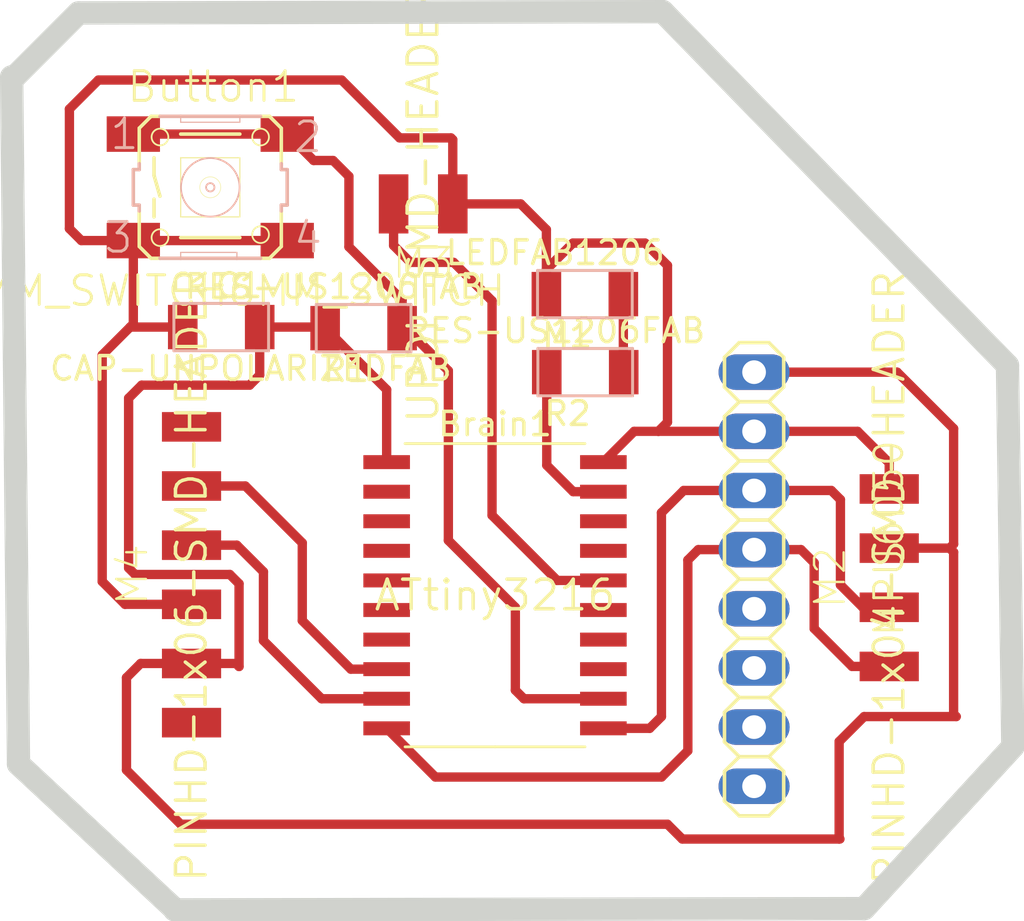
<source format=kicad_pcb>
(kicad_pcb (version 20171130) (host pcbnew "(5.1.9-0-10_14)")

  (general
    (thickness 1.6)
    (drawings 8)
    (tracks 124)
    (zones 0)
    (modules 10)
    (nets 11)
  )

  (page A4)
  (layers
    (0 F.Cu signal)
    (31 B.Cu signal)
    (32 B.Adhes user)
    (33 F.Adhes user)
    (34 B.Paste user)
    (35 F.Paste user)
    (36 B.SilkS user)
    (37 F.SilkS user hide)
    (38 B.Mask user hide)
    (39 F.Mask user hide)
    (40 Dwgs.User user hide)
    (41 Cmts.User user hide)
    (42 Eco1.User user hide)
    (43 Eco2.User user hide)
    (44 Edge.Cuts user)
    (45 Margin user hide)
    (46 B.CrtYd user hide)
    (47 F.CrtYd user hide)
    (48 B.Fab user hide)
    (49 F.Fab user hide)
  )

  (setup
    (last_trace_width 0.4)
    (user_trace_width 0.4)
    (trace_clearance 0.2)
    (zone_clearance 0.508)
    (zone_45_only no)
    (trace_min 0.4)
    (via_size 0.8)
    (via_drill 0.4)
    (via_min_size 0.4)
    (via_min_drill 0.3)
    (uvia_size 0.3)
    (uvia_drill 0.1)
    (uvias_allowed no)
    (uvia_min_size 0.2)
    (uvia_min_drill 0.1)
    (edge_width 1)
    (segment_width 0.2)
    (pcb_text_width 0.3)
    (pcb_text_size 1.5 1.5)
    (mod_edge_width 0.12)
    (mod_text_size 1 1)
    (mod_text_width 0.15)
    (pad_size 1.524 1.524)
    (pad_drill 0.762)
    (pad_to_mask_clearance 0)
    (aux_axis_origin 0 0)
    (visible_elements FFFFFFFF)
    (pcbplotparams
      (layerselection 0x010fc_ffffffff)
      (usegerberextensions false)
      (usegerberattributes true)
      (usegerberadvancedattributes true)
      (creategerberjobfile true)
      (excludeedgelayer true)
      (linewidth 0.100000)
      (plotframeref false)
      (viasonmask false)
      (mode 1)
      (useauxorigin false)
      (hpglpennumber 1)
      (hpglpenspeed 20)
      (hpglpendiameter 15.000000)
      (psnegative false)
      (psa4output false)
      (plotreference true)
      (plotvalue true)
      (plotinvisibletext false)
      (padsonsilk false)
      (subtractmaskfromsilk false)
      (outputformat 1)
      (mirror false)
      (drillshape 1)
      (scaleselection 1)
      (outputdirectory ""))
  )

  (net 0 "")
  (net 1 GND)
  (net 2 UPDI)
  (net 3 SCL)
  (net 4 SDA)
  (net 5 TXD)
  (net 6 RXD)
  (net 7 VCC)
  (net 8 "Net-(M1-Pad1)")
  (net 9 PC0)
  (net 10 PA3)

  (net_class Default "This is the default net class."
    (clearance 0.2)
    (trace_width 0.4)
    (via_dia 0.8)
    (via_drill 0.4)
    (uvia_dia 0.3)
    (uvia_drill 0.1)
    (diff_pair_width 0.4)
    (diff_pair_gap 0.25)
    (add_net GND)
    (add_net "Net-(M1-Pad1)")
    (add_net PA3)
    (add_net PC0)
    (add_net RXD)
    (add_net SCL)
    (add_net SDA)
    (add_net TXD)
    (add_net UPDI)
    (add_net VCC)
  )

  (net_class den ""
    (clearance 0.2)
    (trace_width 0.8)
    (via_dia 0.8)
    (via_drill 0.4)
    (uvia_dia 0.3)
    (uvia_drill 0.1)
    (diff_pair_width 0.6)
    (diff_pair_gap 0.25)
  )

  (module fab:fab-R1206FAB (layer F.Cu) (tedit 200000) (tstamp 608FFF6C)
    (at 152.62448 57.317419 180)
    (path /6092018F)
    (attr smd)
    (fp_text reference R2 (at 0.762 -1.778) (layer F.SilkS)
      (effects (font (size 1.016 1.016) (thickness 0.1524)))
    )
    (fp_text value RES-US1206FAB (at 1.27 1.778) (layer F.SilkS)
      (effects (font (size 1.016 1.016) (thickness 0.1524)))
    )
    (fp_line (start -2.032 1.016) (end -2.032 -1.016) (layer B.SilkS) (width 0.127))
    (fp_line (start 2.032 1.016) (end -2.032 1.016) (layer B.SilkS) (width 0.127))
    (fp_line (start 2.032 -1.016) (end 2.032 1.016) (layer B.SilkS) (width 0.127))
    (fp_line (start -2.032 -1.016) (end 2.032 -1.016) (layer B.SilkS) (width 0.127))
    (pad 2 smd rect (at 1.651 0 180) (size 1.27 1.905) (layers F.Cu F.Paste F.Mask)
      (net 10 PA3))
    (pad 1 smd rect (at -1.651 0 180) (size 1.27 1.905) (layers F.Cu F.Paste F.Mask)
      (net 8 "Net-(M1-Pad1)"))
  )

  (module fab:fab-R1206FAB (layer F.Cu) (tedit 200000) (tstamp 608FFF62)
    (at 143.11472 55.428059 180)
    (path /609186F0)
    (attr smd)
    (fp_text reference R1 (at 0.762 -1.778) (layer F.SilkS)
      (effects (font (size 1.016 1.016) (thickness 0.1524)))
    )
    (fp_text value RES-US1206FAB (at 1.27 1.778) (layer F.SilkS)
      (effects (font (size 1.016 1.016) (thickness 0.1524)))
    )
    (fp_line (start -2.032 1.016) (end -2.032 -1.016) (layer B.SilkS) (width 0.127))
    (fp_line (start 2.032 1.016) (end -2.032 1.016) (layer B.SilkS) (width 0.127))
    (fp_line (start 2.032 -1.016) (end 2.032 1.016) (layer B.SilkS) (width 0.127))
    (fp_line (start -2.032 -1.016) (end 2.032 -1.016) (layer B.SilkS) (width 0.127))
    (pad 2 smd rect (at 1.651 0 180) (size 1.27 1.905) (layers F.Cu F.Paste F.Mask)
      (net 7 VCC))
    (pad 1 smd rect (at -1.651 0 180) (size 1.27 1.905) (layers F.Cu F.Paste F.Mask)
      (net 9 PC0))
  )

  (module fab:fab-1X08 (layer F.Cu) (tedit 5E6F63A4) (tstamp 608FFF58)
    (at 159.87014 66.207661 270)
    (descr "PIN HEADER")
    (path /6090305B)
    (fp_text reference MPU6050 (at 2.54 -5.08 270) (layer F.SilkS)
      (effects (font (size 1.2065 1.2065) (thickness 0.12065)) (justify left top))
    )
    (fp_text value PINHD-1x08-HEADER (at -10.16 3.175 270) (layer F.Fab)
      (effects (font (size 1.2065 1.2065) (thickness 0.09652)) (justify left top))
    )
    (fp_poly (pts (xy -9.144 0.254) (xy -8.636 0.254) (xy -8.636 -0.254) (xy -9.144 -0.254)) (layer F.Fab) (width 0))
    (fp_poly (pts (xy -6.604 0.254) (xy -6.096 0.254) (xy -6.096 -0.254) (xy -6.604 -0.254)) (layer F.Fab) (width 0))
    (fp_poly (pts (xy -4.064 0.254) (xy -3.556 0.254) (xy -3.556 -0.254) (xy -4.064 -0.254)) (layer F.Fab) (width 0))
    (fp_poly (pts (xy -1.524 0.254) (xy -1.016 0.254) (xy -1.016 -0.254) (xy -1.524 -0.254)) (layer F.Fab) (width 0))
    (fp_poly (pts (xy 1.016 0.254) (xy 1.524 0.254) (xy 1.524 -0.254) (xy 1.016 -0.254)) (layer F.Fab) (width 0))
    (fp_poly (pts (xy 3.556 0.254) (xy 4.064 0.254) (xy 4.064 -0.254) (xy 3.556 -0.254)) (layer F.Fab) (width 0))
    (fp_poly (pts (xy 6.096 0.254) (xy 6.604 0.254) (xy 6.604 -0.254) (xy 6.096 -0.254)) (layer F.Fab) (width 0))
    (fp_poly (pts (xy 8.636 0.254) (xy 9.144 0.254) (xy 9.144 -0.254) (xy 8.636 -0.254)) (layer F.Fab) (width 0))
    (fp_line (start -8.255 1.27) (end -9.525 1.27) (layer F.SilkS) (width 0.1524))
    (fp_line (start -10.16 0.635) (end -9.525 1.27) (layer F.SilkS) (width 0.1524))
    (fp_line (start -9.525 -1.27) (end -10.16 -0.635) (layer F.SilkS) (width 0.1524))
    (fp_line (start -10.16 -0.635) (end -10.16 0.635) (layer F.SilkS) (width 0.1524))
    (fp_line (start -6.985 1.27) (end -7.62 0.635) (layer F.SilkS) (width 0.1524))
    (fp_line (start -5.715 1.27) (end -6.985 1.27) (layer F.SilkS) (width 0.1524))
    (fp_line (start -5.08 0.635) (end -5.715 1.27) (layer F.SilkS) (width 0.1524))
    (fp_line (start -5.08 -0.635) (end -5.08 0.635) (layer F.SilkS) (width 0.1524))
    (fp_line (start -5.715 -1.27) (end -5.08 -0.635) (layer F.SilkS) (width 0.1524))
    (fp_line (start -6.985 -1.27) (end -5.715 -1.27) (layer F.SilkS) (width 0.1524))
    (fp_line (start -7.62 -0.635) (end -6.985 -1.27) (layer F.SilkS) (width 0.1524))
    (fp_line (start -7.62 0.635) (end -8.255 1.27) (layer F.SilkS) (width 0.1524))
    (fp_line (start -7.62 -0.635) (end -7.62 0.635) (layer F.SilkS) (width 0.1524))
    (fp_line (start -8.255 -1.27) (end -7.62 -0.635) (layer F.SilkS) (width 0.1524))
    (fp_line (start -9.525 -1.27) (end -8.255 -1.27) (layer F.SilkS) (width 0.1524))
    (fp_line (start -0.635 1.27) (end -1.905 1.27) (layer F.SilkS) (width 0.1524))
    (fp_line (start -2.54 0.635) (end -1.905 1.27) (layer F.SilkS) (width 0.1524))
    (fp_line (start -1.905 -1.27) (end -2.54 -0.635) (layer F.SilkS) (width 0.1524))
    (fp_line (start -4.445 1.27) (end -5.08 0.635) (layer F.SilkS) (width 0.1524))
    (fp_line (start -3.175 1.27) (end -4.445 1.27) (layer F.SilkS) (width 0.1524))
    (fp_line (start -2.54 0.635) (end -3.175 1.27) (layer F.SilkS) (width 0.1524))
    (fp_line (start -2.54 -0.635) (end -2.54 0.635) (layer F.SilkS) (width 0.1524))
    (fp_line (start -3.175 -1.27) (end -2.54 -0.635) (layer F.SilkS) (width 0.1524))
    (fp_line (start -4.445 -1.27) (end -3.175 -1.27) (layer F.SilkS) (width 0.1524))
    (fp_line (start -5.08 -0.635) (end -4.445 -1.27) (layer F.SilkS) (width 0.1524))
    (fp_line (start 0.635 1.27) (end 0 0.635) (layer F.SilkS) (width 0.1524))
    (fp_line (start 1.905 1.27) (end 0.635 1.27) (layer F.SilkS) (width 0.1524))
    (fp_line (start 2.54 0.635) (end 1.905 1.27) (layer F.SilkS) (width 0.1524))
    (fp_line (start 2.54 -0.635) (end 2.54 0.635) (layer F.SilkS) (width 0.1524))
    (fp_line (start 1.905 -1.27) (end 2.54 -0.635) (layer F.SilkS) (width 0.1524))
    (fp_line (start 0.635 -1.27) (end 1.905 -1.27) (layer F.SilkS) (width 0.1524))
    (fp_line (start 0 -0.635) (end 0.635 -1.27) (layer F.SilkS) (width 0.1524))
    (fp_line (start 0 0.635) (end -0.635 1.27) (layer F.SilkS) (width 0.1524))
    (fp_line (start 0 -0.635) (end 0 0.635) (layer F.SilkS) (width 0.1524))
    (fp_line (start -0.635 -1.27) (end 0 -0.635) (layer F.SilkS) (width 0.1524))
    (fp_line (start -1.905 -1.27) (end -0.635 -1.27) (layer F.SilkS) (width 0.1524))
    (fp_line (start 6.985 1.27) (end 5.715 1.27) (layer F.SilkS) (width 0.1524))
    (fp_line (start 5.08 0.635) (end 5.715 1.27) (layer F.SilkS) (width 0.1524))
    (fp_line (start 5.715 -1.27) (end 5.08 -0.635) (layer F.SilkS) (width 0.1524))
    (fp_line (start 3.175 1.27) (end 2.54 0.635) (layer F.SilkS) (width 0.1524))
    (fp_line (start 4.445 1.27) (end 3.175 1.27) (layer F.SilkS) (width 0.1524))
    (fp_line (start 5.08 0.635) (end 4.445 1.27) (layer F.SilkS) (width 0.1524))
    (fp_line (start 5.08 -0.635) (end 5.08 0.635) (layer F.SilkS) (width 0.1524))
    (fp_line (start 4.445 -1.27) (end 5.08 -0.635) (layer F.SilkS) (width 0.1524))
    (fp_line (start 3.175 -1.27) (end 4.445 -1.27) (layer F.SilkS) (width 0.1524))
    (fp_line (start 2.54 -0.635) (end 3.175 -1.27) (layer F.SilkS) (width 0.1524))
    (fp_line (start 8.255 1.27) (end 7.62 0.635) (layer F.SilkS) (width 0.1524))
    (fp_line (start 9.525 1.27) (end 8.255 1.27) (layer F.SilkS) (width 0.1524))
    (fp_line (start 10.16 0.635) (end 9.525 1.27) (layer F.SilkS) (width 0.1524))
    (fp_line (start 10.16 -0.635) (end 10.16 0.635) (layer F.SilkS) (width 0.1524))
    (fp_line (start 9.525 -1.27) (end 10.16 -0.635) (layer F.SilkS) (width 0.1524))
    (fp_line (start 8.255 -1.27) (end 9.525 -1.27) (layer F.SilkS) (width 0.1524))
    (fp_line (start 7.62 -0.635) (end 8.255 -1.27) (layer F.SilkS) (width 0.1524))
    (fp_line (start 7.62 0.635) (end 6.985 1.27) (layer F.SilkS) (width 0.1524))
    (fp_line (start 7.62 -0.635) (end 7.62 0.635) (layer F.SilkS) (width 0.1524))
    (fp_line (start 6.985 -1.27) (end 7.62 -0.635) (layer F.SilkS) (width 0.1524))
    (fp_line (start 5.715 -1.27) (end 6.985 -1.27) (layer F.SilkS) (width 0.1524))
    (pad 8 thru_hole oval (at 8.89 0) (size 3.048 1.524) (drill 1.016) (layers *.Cu *.Mask)
      (solder_mask_margin 0.1016))
    (pad 7 thru_hole oval (at 6.35 0) (size 3.048 1.524) (drill 1.016) (layers *.Cu *.Mask)
      (solder_mask_margin 0.1016))
    (pad 6 thru_hole oval (at 3.81 0) (size 3.048 1.524) (drill 1.016) (layers *.Cu *.Mask)
      (solder_mask_margin 0.1016))
    (pad 5 thru_hole oval (at 1.27 0) (size 3.048 1.524) (drill 1.016) (layers *.Cu *.Mask)
      (solder_mask_margin 0.1016))
    (pad 4 thru_hole oval (at -1.27 0) (size 3.048 1.524) (drill 1.016) (layers *.Cu *.Mask)
      (net 4 SDA) (solder_mask_margin 0.1016))
    (pad 3 thru_hole oval (at -3.81 0) (size 3.048 1.524) (drill 1.016) (layers *.Cu *.Mask)
      (net 3 SCL) (solder_mask_margin 0.1016))
    (pad 2 thru_hole oval (at -6.35 0) (size 3.048 1.524) (drill 1.016) (layers *.Cu *.Mask)
      (net 1 GND) (solder_mask_margin 0.1016))
    (pad 1 thru_hole oval (at -8.89 0) (size 3.048 1.524) (drill 1.016) (layers *.Cu *.Mask)
      (net 7 VCC) (solder_mask_margin 0.1016))
  )

  (module fab:fab-1X06SMD (layer F.Cu) (tedit 608FDEE7) (tstamp 608FFF0B)
    (at 135.73 66.016)
    (path /60975C39)
    (attr smd)
    (fp_text reference M4 (at -2.54 0 90) (layer F.SilkS)
      (effects (font (size 1.27 1.27) (thickness 0.1016)))
    )
    (fp_text value PINHD-1x06-SMD-HEADER (at 0 0 90) (layer F.SilkS)
      (effects (font (size 1.27 1.27) (thickness 0.15)))
    )
    (pad 6 smd rect (at 0 6.35) (size 2.54 1.27) (layers F.Cu F.Paste F.Mask))
    (pad 5 smd rect (at 0 3.81) (size 2.54 1.27) (layers F.Cu F.Paste F.Mask)
      (net 7 VCC))
    (pad 4 smd rect (at 0 1.27) (size 2.54 1.27) (layers F.Cu F.Paste F.Mask)
      (net 1 GND))
    (pad 3 smd rect (at 0 -1.27) (size 2.54 1.27) (layers F.Cu F.Paste F.Mask)
      (net 5 TXD))
    (pad 2 smd rect (at 0 -3.81) (size 2.54 1.27) (layers F.Cu F.Paste F.Mask)
      (net 6 RXD))
    (pad 1 smd rect (at 0 -6.35) (size 2.54 1.27) (layers F.Cu F.Paste F.Mask))
  )

  (module fab:fab-1X02SMD (layer F.Cu) (tedit 5E6F6664) (tstamp 608FFF01)
    (at 145.6704 50.0936 90)
    (path /609006C5)
    (attr smd)
    (fp_text reference M3 (at -2.54 0) (layer F.SilkS)
      (effects (font (size 1.27 1.27) (thickness 0.1016)))
    )
    (fp_text value UPDI-SMD-HEADER (at 0 0 90) (layer F.SilkS)
      (effects (font (size 1.27 1.27) (thickness 0.15)))
    )
    (pad 2 smd rect (at 0 1.27 90) (size 2.54 1.27) (layers F.Cu F.Paste F.Mask)
      (net 1 GND))
    (pad 1 smd rect (at 0 -1.27 90) (size 2.54 1.27) (layers F.Cu F.Paste F.Mask)
      (net 2 UPDI))
  )

  (module fab:fab-1X04SMD (layer F.Cu) (tedit 608FDF17) (tstamp 608FFEFB)
    (at 165.67 66.143)
    (path /6097251E)
    (attr smd)
    (fp_text reference M2 (at -2.54 0 90) (layer F.SilkS)
      (effects (font (size 1.27 1.27) (thickness 0.1016)))
    )
    (fp_text value PINHD-1x04-SMD-HEADER (at 0 0 90) (layer F.SilkS)
      (effects (font (size 1.27 1.27) (thickness 0.15)))
    )
    (pad 4 smd rect (at 0 3.81) (size 2.54 1.27) (layers F.Cu F.Paste F.Mask)
      (net 4 SDA))
    (pad 3 smd rect (at 0 1.27) (size 2.54 1.27) (layers F.Cu F.Paste F.Mask)
      (net 3 SCL))
    (pad 2 smd rect (at 0 -1.27) (size 2.54 1.27) (layers F.Cu F.Paste F.Mask)
      (net 7 VCC))
    (pad 1 smd rect (at 0 -3.81) (size 2.54 1.27) (layers F.Cu F.Paste F.Mask)
      (net 1 GND))
  )

  (module fab:fab-LED1206FAB (layer F.Cu) (tedit 200000) (tstamp 608FFEF3)
    (at 152.60902 53.967119 180)
    (descr "LED1206 FAB STYLE (SMALLER PADS TO ALLOW TRACE BETWEEN)")
    (tags "LED1206 FAB STYLE (SMALLER PADS TO ALLOW TRACE BETWEEN)")
    (path /6091F24C)
    (attr smd)
    (fp_text reference M1 (at 0.762 -1.778) (layer F.SilkS)
      (effects (font (size 1.016 1.016) (thickness 0.1524)))
    )
    (fp_text value LEDFAB1206 (at 1.27 1.778) (layer F.SilkS)
      (effects (font (size 1.016 1.016) (thickness 0.1524)))
    )
    (fp_line (start -2.032 1.016) (end -2.032 -1.016) (layer B.SilkS) (width 0.127))
    (fp_line (start 2.032 1.016) (end -2.032 1.016) (layer B.SilkS) (width 0.127))
    (fp_line (start 2.032 -1.016) (end 2.032 1.016) (layer B.SilkS) (width 0.127))
    (fp_line (start -2.032 -1.016) (end 2.032 -1.016) (layer B.SilkS) (width 0.127))
    (pad 2 smd rect (at 1.651 0 180) (size 1.27 1.905) (layers F.Cu F.Paste F.Mask)
      (net 1 GND))
    (pad 1 smd rect (at -1.651 0 180) (size 1.27 1.905) (layers F.Cu F.Paste F.Mask)
      (net 8 "Net-(M1-Pad1)"))
  )

  (module fab:fab-C1206FAB (layer F.Cu) (tedit 200000) (tstamp 608FFEE9)
    (at 137.00432 55.382021)
    (path /609302F1)
    (attr smd)
    (fp_text reference C1 (at 0.762 -1.778) (layer F.SilkS)
      (effects (font (size 1.016 1.016) (thickness 0.1524)))
    )
    (fp_text value CAP-UNPOLARIZEDFAB (at 1.27 1.778) (layer F.SilkS)
      (effects (font (size 1.016 1.016) (thickness 0.1524)))
    )
    (fp_line (start -2.032 1.016) (end -2.032 -1.016) (layer B.SilkS) (width 0.127))
    (fp_line (start 2.032 1.016) (end -2.032 1.016) (layer B.SilkS) (width 0.127))
    (fp_line (start 2.032 -1.016) (end 2.032 1.016) (layer B.SilkS) (width 0.127))
    (fp_line (start -2.032 -1.016) (end 2.032 -1.016) (layer B.SilkS) (width 0.127))
    (pad 2 smd rect (at 1.651 0) (size 1.27 1.905) (layers F.Cu F.Paste F.Mask)
      (net 7 VCC))
    (pad 1 smd rect (at -1.651 0) (size 1.27 1.905) (layers F.Cu F.Paste F.Mask)
      (net 1 GND))
  )

  (module fab:fab-6MM_SWITCH (layer F.Cu) (tedit 200000) (tstamp 608FFEDF)
    (at 136.53442 49.381541)
    (descr "OMRON SWITCH")
    (tags "OMRON SWITCH")
    (path /608FD088)
    (attr smd)
    (fp_text reference Button1 (at 0.127 -4.318) (layer F.SilkS)
      (effects (font (size 1.27 1.27) (thickness 0.127)))
    )
    (fp_text value 6MM_SWITCH6MM_SWITCH (at 0.762 4.445) (layer F.SilkS)
      (effects (font (size 1.27 1.27) (thickness 0.127)))
    )
    (fp_circle (center 0 0) (end -0.127 0.127) (layer B.SilkS) (width 0.0762))
    (fp_circle (center 0 0) (end -0.3175 0.3175) (layer F.SilkS) (width 0.0254))
    (fp_circle (center -2.159 -2.159) (end -2.413 -2.413) (layer F.SilkS) (width 0.0762))
    (fp_circle (center 2.159 -2.159) (end 2.413 -2.413) (layer F.SilkS) (width 0.0762))
    (fp_circle (center 2.159 2.032) (end 2.413 2.286) (layer F.SilkS) (width 0.0762))
    (fp_circle (center -2.159 2.159) (end -2.413 2.413) (layer F.SilkS) (width 0.0762))
    (fp_circle (center 0 0) (end -0.889 0.889) (layer B.SilkS) (width 0.0762))
    (fp_line (start -2.413 -0.508) (end -2.159 0.381) (layer F.SilkS) (width 0.1524))
    (fp_line (start -2.413 0.508) (end -2.413 1.27) (layer F.SilkS) (width 0.1524))
    (fp_line (start -2.413 -1.27) (end -2.413 -0.508) (layer F.SilkS) (width 0.1524))
    (fp_line (start 1.27 -2.286) (end -1.27 -2.286) (layer F.SilkS) (width 0.1524))
    (fp_line (start -1.27 2.159) (end 1.27 2.159) (layer F.SilkS) (width 0.1524))
    (fp_line (start -3.048 -0.762) (end -3.048 -1.016) (layer B.SilkS) (width 0.1524))
    (fp_line (start -3.048 0.762) (end -3.048 1.016) (layer B.SilkS) (width 0.1524))
    (fp_line (start 3.048 -0.762) (end 3.048 -1.016) (layer B.SilkS) (width 0.1524))
    (fp_line (start 3.048 0.762) (end 3.048 1.016) (layer B.SilkS) (width 0.1524))
    (fp_line (start 1.143 3.048) (end 2.159 3.048) (layer B.SilkS) (width 0.1524))
    (fp_line (start -1.27 3.048) (end 1.143 3.048) (layer B.SilkS) (width 0.1524))
    (fp_line (start -1.27 -3.048) (end -2.159 -3.048) (layer B.SilkS) (width 0.1524))
    (fp_line (start 1.27 -3.048) (end -1.27 -3.048) (layer B.SilkS) (width 0.1524))
    (fp_line (start 2.159 -3.048) (end 1.27 -3.048) (layer B.SilkS) (width 0.1524))
    (fp_line (start 2.54 -3.048) (end 2.159 -3.048) (layer F.SilkS) (width 0.1524))
    (fp_line (start -2.54 -3.048) (end -2.159 -3.048) (layer F.SilkS) (width 0.1524))
    (fp_line (start -2.159 3.048) (end -1.27 3.048) (layer B.SilkS) (width 0.1524))
    (fp_line (start -2.54 3.048) (end -2.159 3.048) (layer F.SilkS) (width 0.1524))
    (fp_line (start 2.54 3.048) (end 2.159 3.048) (layer F.SilkS) (width 0.1524))
    (fp_line (start -1.27 2.794) (end -1.27 3.048) (layer B.SilkS) (width 0.0508))
    (fp_line (start 1.143 2.794) (end 1.143 3.048) (layer B.SilkS) (width 0.0508))
    (fp_line (start 1.143 2.794) (end -1.27 2.794) (layer B.SilkS) (width 0.0508))
    (fp_line (start 1.27 -2.794) (end 1.27 -3.048) (layer B.SilkS) (width 0.0508))
    (fp_line (start 1.27 -2.794) (end -1.27 -2.794) (layer B.SilkS) (width 0.0508))
    (fp_line (start -1.27 -3.048) (end -1.27 -2.794) (layer B.SilkS) (width 0.0508))
    (fp_line (start -1.27 -1.27) (end 1.27 -1.27) (layer F.SilkS) (width 0.0508))
    (fp_line (start 1.27 1.27) (end 1.27 -1.27) (layer F.SilkS) (width 0.0508))
    (fp_line (start 1.27 1.27) (end -1.27 1.27) (layer F.SilkS) (width 0.0508))
    (fp_line (start -1.27 -1.27) (end -1.27 1.27) (layer F.SilkS) (width 0.0508))
    (fp_line (start -3.048 2.54) (end -3.048 1.016) (layer F.SilkS) (width 0.1524))
    (fp_line (start -2.54 3.048) (end -3.048 2.54) (layer F.SilkS) (width 0.1524))
    (fp_line (start -3.048 -2.54) (end -3.048 -1.016) (layer F.SilkS) (width 0.1524))
    (fp_line (start -2.54 -3.048) (end -3.048 -2.54) (layer F.SilkS) (width 0.1524))
    (fp_line (start 3.048 2.54) (end 3.048 1.016) (layer F.SilkS) (width 0.1524))
    (fp_line (start 2.54 3.048) (end 3.048 2.54) (layer F.SilkS) (width 0.1524))
    (fp_line (start 3.048 -2.54) (end 2.54 -3.048) (layer F.SilkS) (width 0.1524))
    (fp_line (start -3.048 0.762) (end -3.302 0.762) (layer B.SilkS) (width 0.1524))
    (fp_line (start -3.302 -0.762) (end -3.302 0.762) (layer B.SilkS) (width 0.1524))
    (fp_line (start -3.302 -0.762) (end -3.048 -0.762) (layer B.SilkS) (width 0.1524))
    (fp_line (start 3.048 -1.016) (end 3.048 -2.54) (layer F.SilkS) (width 0.1524))
    (fp_line (start 3.048 -0.762) (end 3.302 -0.762) (layer B.SilkS) (width 0.1524))
    (fp_line (start 3.302 0.762) (end 3.302 -0.762) (layer B.SilkS) (width 0.1524))
    (fp_line (start 3.302 0.762) (end 3.048 0.762) (layer B.SilkS) (width 0.1524))
    (fp_text user 4 (at 4.191 2.159) (layer B.SilkS)
      (effects (font (size 1.27 1.27) (thickness 0.127)))
    )
    (fp_text user 3 (at -3.937 2.159) (layer B.SilkS)
      (effects (font (size 1.27 1.27) (thickness 0.127)))
    )
    (fp_text user 2 (at 4.191 -2.159) (layer B.SilkS)
      (effects (font (size 1.27 1.27) (thickness 0.127)))
    )
    (fp_text user 1 (at -3.683 -2.286) (layer B.SilkS)
      (effects (font (size 1.27 1.27) (thickness 0.127)))
    )
    (pad 4 smd rect (at 3.302 2.286) (size 2.286 1.524) (layers F.Cu F.Paste F.Mask)
      (net 1 GND))
    (pad 3 smd rect (at -3.302 2.286) (size 2.286 1.524) (layers F.Cu F.Paste F.Mask)
      (net 1 GND))
    (pad 2 smd rect (at 3.302 -2.286) (size 2.286 1.524) (layers F.Cu F.Paste F.Mask)
      (net 9 PC0))
    (pad 1 smd rect (at -3.302 -2.286) (size 2.286 1.524) (layers F.Cu F.Paste F.Mask)
      (net 9 PC0))
  )

  (module fab:fab-SOIC-20_7.5x12.8mm_P1.27mm (layer F.Cu) (tedit 5EABEA65) (tstamp 608FFEA1)
    (at 148.753 66.895001)
    (descr "SOIC, 20 Pin, fab version")
    (tags "SOIC fab")
    (path /6090D4D3)
    (attr smd)
    (fp_text reference Brain1 (at 0 -7.35) (layer F.SilkS)
      (effects (font (size 1 1) (thickness 0.15)))
    )
    (fp_text value ATtiny3216 (at 0 0) (layer F.SilkS)
      (effects (font (size 1.27 1.27) (thickness 0.15)))
    )
    (fp_line (start -3.75 -5.4) (end -2.75 -6.4) (layer F.Fab) (width 0.1))
    (fp_line (start -3.75 6.4) (end -3.75 -5.4) (layer F.Fab) (width 0.1))
    (fp_line (start 3.75 6.4) (end -3.75 6.4) (layer F.Fab) (width 0.1))
    (fp_line (start 3.75 -6.4) (end 3.75 6.4) (layer F.Fab) (width 0.1))
    (fp_line (start -2.75 -6.4) (end 3.75 -6.4) (layer F.Fab) (width 0.1))
    (fp_line (start 0 -6.51) (end -3.86 -6.51) (layer F.SilkS) (width 0.12))
    (fp_line (start 0 -6.51) (end 3.86 -6.51) (layer F.SilkS) (width 0.12))
    (fp_line (start 0 6.51) (end -3.86 6.51) (layer F.SilkS) (width 0.12))
    (fp_line (start 0 6.51) (end 3.86 6.51) (layer F.SilkS) (width 0.12))
    (pad 20 smd rect (at 4.65 -5.715) (size 2 0.6) (layers F.Cu)
      (net 1 GND))
    (pad 19 smd rect (at 4.65 -4.445) (size 2 0.6) (layers F.Cu)
      (net 10 PA3))
    (pad 18 smd rect (at 4.65 -3.175) (size 2 0.6) (layers F.Cu))
    (pad 17 smd rect (at 4.65 -1.905) (size 2 0.6) (layers F.Cu))
    (pad 16 smd rect (at 4.65 -0.635) (size 2 0.6) (layers F.Cu)
      (net 2 UPDI))
    (pad 15 smd rect (at 4.65 0.635) (size 2 0.6) (layers F.Cu))
    (pad 14 smd rect (at 4.65 1.905) (size 2 0.6) (layers F.Cu))
    (pad 13 smd rect (at 4.65 3.175) (size 2 0.6) (layers F.Cu))
    (pad 12 smd rect (at 4.65 4.445) (size 2 0.6) (layers F.Cu)
      (net 9 PC0))
    (pad 11 smd rect (at 4.65 5.715) (size 2 0.6) (layers F.Cu)
      (net 3 SCL))
    (pad 10 smd rect (at -4.65 5.715) (size 2 0.6) (layers F.Cu)
      (net 4 SDA))
    (pad 9 smd rect (at -4.65 4.445) (size 2 0.6) (layers F.Cu)
      (net 5 TXD))
    (pad 8 smd rect (at -4.65 3.175) (size 2 0.6) (layers F.Cu)
      (net 6 RXD))
    (pad 7 smd rect (at -4.65 1.905) (size 2 0.6) (layers F.Cu))
    (pad 6 smd rect (at -4.65 0.635) (size 2 0.6) (layers F.Cu))
    (pad 5 smd rect (at -4.65 -0.635) (size 2 0.6) (layers F.Cu))
    (pad 4 smd rect (at -4.65 -1.905) (size 2 0.6) (layers F.Cu))
    (pad 3 smd rect (at -4.65 -3.175) (size 2 0.6) (layers F.Cu))
    (pad 2 smd rect (at -4.65 -4.445) (size 2 0.6) (layers F.Cu))
    (pad 1 smd rect (at -4.65 -5.715) (size 2 0.6) (layers F.Cu)
      (net 7 VCC))
    (model ${KISYS3DMOD}/Package_SO.3dshapes/SOIC-20W_7.5x12.8mm_P1.27mm.wrl
      (at (xyz 0 0 0))
      (scale (xyz 1 1 1))
      (rotate (xyz 0 0 0))
    )
  )

  (gr_line (start 128.30556 74.1426) (end 135.0264 80.39608) (angle 90) (layer Edge.Cuts) (width 1))
  (gr_line (start 128.01092 44.63796) (end 128.30556 74.1426) (angle 90) (layer Edge.Cuts) (width 1))
  (gr_line (start 164.592 80.35036) (end 135.00608 80.40624) (angle 90) (layer Edge.Cuts) (width 1))
  (gr_line (start 170.97248 73.40092) (end 164.592 80.35036) (angle 90) (layer Edge.Cuts) (width 1))
  (gr_line (start 170.74388 57.02808) (end 170.97248 73.40092) (angle 90) (layer Edge.Cuts) (width 1))
  (gr_line (start 155.95092 41.83888) (end 170.74388 57.02808) (angle 90) (layer Edge.Cuts) (width 1))
  (gr_line (start 130.88112 41.89476) (end 155.95092 41.83888) (angle 90) (layer Edge.Cuts) (width 1))
  (gr_line (start 128.06172 44.71924) (end 130.88112 41.89476) (angle 90) (layer Edge.Cuts) (width 1))

  (segment (start 165.67 62.333) (end 165.67 61.21504) (width 0.4) (layer F.Cu) (net 1) (status 400000))
  (segment (start 164.312621 59.857661) (end 159.87014 59.857661) (width 0.4) (layer F.Cu) (net 1) (tstamp 60900299) (status 800000))
  (segment (start 165.67 61.21504) (end 164.312621 59.857661) (width 0.4) (layer F.Cu) (net 1) (tstamp 60900297))
  (segment (start 159.87014 59.857661) (end 155.762939 59.857661) (width 0.4) (layer F.Cu) (net 1) (status 400000))
  (segment (start 155.762939 59.857661) (end 154.72534 59.857661) (width 0.4) (layer F.Cu) (net 1) (tstamp 609051E0))
  (segment (start 154.72534 59.857661) (end 153.403 61.180001) (width 0.4) (layer F.Cu) (net 1) (tstamp 609002C0) (status 800000))
  (segment (start 135.73 67.286) (end 132.87616 67.286) (width 0.4) (layer F.Cu) (net 1) (status 400000))
  (segment (start 133.096139 55.382021) (end 135.35332 55.382021) (width 0.4) (layer F.Cu) (net 1) (tstamp 609002FD) (status 800000))
  (segment (start 131.89712 56.58104) (end 133.096139 55.382021) (width 0.4) (layer F.Cu) (net 1) (tstamp 609002FC))
  (segment (start 131.89712 66.30696) (end 131.89712 56.58104) (width 0.4) (layer F.Cu) (net 1) (tstamp 609002FB))
  (segment (start 132.87616 67.286) (end 131.89712 66.30696) (width 0.4) (layer F.Cu) (net 1) (tstamp 609002FA))
  (segment (start 146.9404 50.0936) (end 149.85464 50.0936) (width 0.4) (layer F.Cu) (net 1) (status 400000))
  (segment (start 149.85464 50.0936) (end 150.95802 51.19698) (width 0.4) (layer F.Cu) (net 1) (tstamp 609051C9))
  (segment (start 150.95802 51.19698) (end 150.95802 53.967119) (width 0.4) (layer F.Cu) (net 1) (tstamp 609051CA) (status 800000))
  (segment (start 150.95802 53.967119) (end 150.95802 52.91254) (width 0.4) (layer F.Cu) (net 1) (status 400000))
  (segment (start 156.15412 59.46648) (end 155.762939 59.857661) (width 0.4) (layer F.Cu) (net 1) (tstamp 609051DA))
  (segment (start 156.15412 52.73548) (end 156.15412 59.46648) (width 0.4) (layer F.Cu) (net 1) (tstamp 609051D9))
  (segment (start 155.194 51.77536) (end 156.15412 52.73548) (width 0.4) (layer F.Cu) (net 1) (tstamp 609051D8))
  (segment (start 152.0952 51.77536) (end 155.194 51.77536) (width 0.4) (layer F.Cu) (net 1) (tstamp 609051D6))
  (segment (start 150.95802 52.91254) (end 152.0952 51.77536) (width 0.4) (layer F.Cu) (net 1) (tstamp 609051D3))
  (segment (start 133.23242 51.667541) (end 133.23242 55.24574) (width 0.4) (layer F.Cu) (net 1) (status 400000))
  (segment (start 133.23242 55.24574) (end 133.096139 55.382021) (width 0.4) (layer F.Cu) (net 1) (tstamp 609052B1))
  (segment (start 139.83642 51.667541) (end 133.23242 51.667541) (width 0.4) (layer F.Cu) (net 1) (status C00000))
  (segment (start 133.23242 51.667541) (end 131.001901 51.667541) (width 0.4) (layer F.Cu) (net 1) (status 400000))
  (segment (start 146.9404 47.33684) (end 146.9404 50.0936) (width 0.4) (layer F.Cu) (net 1) (tstamp 60910EA0) (status 800000))
  (segment (start 146.8628 47.25924) (end 146.9404 47.33684) (width 0.4) (layer F.Cu) (net 1) (tstamp 60910E9F))
  (segment (start 144.65808 47.25924) (end 146.8628 47.25924) (width 0.4) (layer F.Cu) (net 1) (tstamp 60910E9E))
  (segment (start 142.17396 44.77512) (end 144.65808 47.25924) (width 0.4) (layer F.Cu) (net 1) (tstamp 60910E9D))
  (segment (start 131.73456 44.77512) (end 142.17396 44.77512) (width 0.4) (layer F.Cu) (net 1) (tstamp 60910E9C))
  (segment (start 130.48996 46.01972) (end 131.73456 44.77512) (width 0.4) (layer F.Cu) (net 1) (tstamp 60910E9B))
  (segment (start 130.48996 51.1556) (end 130.48996 46.01972) (width 0.4) (layer F.Cu) (net 1) (tstamp 60910E9A))
  (segment (start 131.001901 51.667541) (end 130.48996 51.1556) (width 0.4) (layer F.Cu) (net 1) (tstamp 60910E99))
  (segment (start 144.4004 50.0936) (end 144.4004 51.87836) (width 0.4) (layer F.Cu) (net 2) (status 400000))
  (segment (start 151.421121 66.260001) (end 153.403 66.260001) (width 0.4) (layer F.Cu) (net 2) (tstamp 60905212) (status 800000))
  (segment (start 148.62556 63.46444) (end 151.421121 66.260001) (width 0.4) (layer F.Cu) (net 2) (tstamp 6090520E))
  (segment (start 148.62556 54.2544) (end 148.62556 63.46444) (width 0.4) (layer F.Cu) (net 2) (tstamp 6090520B))
  (segment (start 146.97456 52.6034) (end 148.62556 54.2544) (width 0.4) (layer F.Cu) (net 2) (tstamp 60905207))
  (segment (start 145.12544 52.6034) (end 146.97456 52.6034) (width 0.4) (layer F.Cu) (net 2) (tstamp 60905205))
  (segment (start 144.4004 51.87836) (end 145.12544 52.6034) (width 0.4) (layer F.Cu) (net 2) (tstamp 60905203))
  (segment (start 165.67 67.413) (end 164.53244 67.413) (width 0.4) (layer F.Cu) (net 3) (status C00000))
  (segment (start 163.184861 62.397661) (end 159.87014 62.397661) (width 0.4) (layer F.Cu) (net 3) (tstamp 609002AC) (status 800000))
  (segment (start 163.576 62.7888) (end 163.184861 62.397661) (width 0.4) (layer F.Cu) (net 3) (tstamp 609002AB))
  (segment (start 163.576 66.45656) (end 163.576 62.7888) (width 0.4) (layer F.Cu) (net 3) (tstamp 609002AA))
  (segment (start 164.53244 67.413) (end 163.576 66.45656) (width 0.4) (layer F.Cu) (net 3) (tstamp 609002A8) (status 400000))
  (segment (start 159.87014 62.397661) (end 156.850059 62.397661) (width 0.4) (layer F.Cu) (net 3) (status 400000))
  (segment (start 155.390559 72.610001) (end 153.403 72.610001) (width 0.4) (layer F.Cu) (net 3) (tstamp 609002B6) (status 800000))
  (segment (start 155.89504 72.10552) (end 155.390559 72.610001) (width 0.4) (layer F.Cu) (net 3) (tstamp 609002B5))
  (segment (start 155.89504 63.35268) (end 155.89504 72.10552) (width 0.4) (layer F.Cu) (net 3) (tstamp 609002B4))
  (segment (start 156.850059 62.397661) (end 155.89504 63.35268) (width 0.4) (layer F.Cu) (net 3) (tstamp 609002B3))
  (segment (start 165.67 69.953) (end 164.07524 69.953) (width 0.4) (layer F.Cu) (net 4) (status 400000))
  (segment (start 161.884381 64.937661) (end 159.87014 64.937661) (width 0.4) (layer F.Cu) (net 4) (tstamp 609002B1) (status 800000))
  (segment (start 162.44824 65.50152) (end 161.884381 64.937661) (width 0.4) (layer F.Cu) (net 4) (tstamp 609002B0))
  (segment (start 162.44824 68.326) (end 162.44824 65.50152) (width 0.4) (layer F.Cu) (net 4) (tstamp 609002AF))
  (segment (start 164.07524 69.953) (end 162.44824 68.326) (width 0.4) (layer F.Cu) (net 4) (tstamp 609002AE))
  (segment (start 159.87014 64.937661) (end 157.474899 64.937661) (width 0.4) (layer F.Cu) (net 4) (status 400000))
  (segment (start 146.194399 74.7014) (end 144.103 72.610001) (width 0.4) (layer F.Cu) (net 4) (tstamp 609002BD) (status 800000))
  (segment (start 155.90012 74.7014) (end 146.194399 74.7014) (width 0.4) (layer F.Cu) (net 4) (tstamp 609002BB))
  (segment (start 157.02788 73.57364) (end 155.90012 74.7014) (width 0.4) (layer F.Cu) (net 4) (tstamp 609002BA))
  (segment (start 157.02788 65.38468) (end 157.02788 73.57364) (width 0.4) (layer F.Cu) (net 4) (tstamp 609002B9))
  (segment (start 157.474899 64.937661) (end 157.02788 65.38468) (width 0.4) (layer F.Cu) (net 4) (tstamp 609002B8))
  (segment (start 135.73 64.746) (end 137.67448 64.746) (width 0.4) (layer F.Cu) (net 5) (status 400000))
  (segment (start 141.311921 71.340001) (end 144.103 71.340001) (width 0.4) (layer F.Cu) (net 5) (tstamp 60900244) (status 800000))
  (segment (start 138.81608 68.84416) (end 141.311921 71.340001) (width 0.4) (layer F.Cu) (net 5) (tstamp 60900242))
  (segment (start 138.81608 65.8876) (end 138.81608 68.84416) (width 0.4) (layer F.Cu) (net 5) (tstamp 60900240))
  (segment (start 137.67448 64.746) (end 138.81608 65.8876) (width 0.4) (layer F.Cu) (net 5) (tstamp 6090023F))
  (segment (start 135.73 62.206) (end 138.04024 62.206) (width 0.4) (layer F.Cu) (net 6) (status 400000))
  (segment (start 142.566681 70.070001) (end 144.103 70.070001) (width 0.4) (layer F.Cu) (net 6) (tstamp 6090023A) (status 800000))
  (segment (start 140.48232 67.98564) (end 142.566681 70.070001) (width 0.4) (layer F.Cu) (net 6) (tstamp 60900239))
  (segment (start 140.48232 64.64808) (end 140.48232 67.98564) (width 0.4) (layer F.Cu) (net 6) (tstamp 60900237))
  (segment (start 138.04024 62.206) (end 140.48232 64.64808) (width 0.4) (layer F.Cu) (net 6) (tstamp 60900235))
  (segment (start 142.18276 56.147099) (end 141.663461 55.6278) (width 0.4) (layer F.Cu) (net 7) (tstamp 60900230) (status 800000))
  (segment (start 135.73 69.826) (end 133.54672 69.826) (width 0.4) (layer F.Cu) (net 7))
  (segment (start 133.54672 69.826) (end 132.93852 70.4342) (width 0.4) (layer F.Cu) (net 7) (tstamp 6090026E))
  (segment (start 132.93852 70.4342) (end 132.93852 74.40168) (width 0.4) (layer F.Cu) (net 7) (tstamp 6090026F))
  (segment (start 132.93852 74.40168) (end 135.26516 76.72832) (width 0.4) (layer F.Cu) (net 7) (tstamp 60900270))
  (segment (start 135.26516 76.72832) (end 156.15412 76.72832) (width 0.4) (layer F.Cu) (net 7) (tstamp 60900271))
  (segment (start 156.15412 76.72832) (end 156.78912 77.36332) (width 0.4) (layer F.Cu) (net 7) (tstamp 60900273))
  (segment (start 156.78912 77.36332) (end 163.52012 77.36332) (width 0.4) (layer F.Cu) (net 7) (tstamp 60900275))
  (segment (start 163.52012 77.36332) (end 163.55568 77.36332) (width 0.4) (layer F.Cu) (net 7) (tstamp 60910F87))
  (segment (start 166.009341 57.317661) (end 159.87014 57.317661) (width 0.4) (layer F.Cu) (net 7) (tstamp 60900294) (status 800000))
  (segment (start 138.65532 55.382021) (end 141.417682 55.382021) (width 0.4) (layer F.Cu) (net 7) (status C00000))
  (segment (start 141.417682 55.382021) (end 141.46372 55.428059) (width 0.4) (layer F.Cu) (net 7) (tstamp 609002E9) (status C00000))
  (segment (start 144.103 61.180001) (end 144.103 58.067339) (width 0.4) (layer F.Cu) (net 7) (status 400000))
  (segment (start 144.103 58.067339) (end 141.46372 55.428059) (width 0.4) (layer F.Cu) (net 7) (tstamp 609002EC) (status 800000))
  (segment (start 138.65532 55.382021) (end 138.65532 57.44284) (width 0.4) (layer F.Cu) (net 7) (status 400000))
  (segment (start 137.63892 69.826) (end 135.73 69.826) (width 0.4) (layer F.Cu) (net 7) (tstamp 609002F8) (status 800000))
  (segment (start 137.7696 69.95668) (end 137.63892 69.826) (width 0.4) (layer F.Cu) (net 7) (tstamp 609002F7))
  (segment (start 137.7696 66.40068) (end 137.7696 69.95668) (width 0.4) (layer F.Cu) (net 7) (tstamp 609002F6))
  (segment (start 137.37336 66.00444) (end 137.7696 66.40068) (width 0.4) (layer F.Cu) (net 7) (tstamp 609002F5))
  (segment (start 133.30936 66.00444) (end 137.37336 66.00444) (width 0.4) (layer F.Cu) (net 7) (tstamp 609002F4))
  (segment (start 133.02996 65.72504) (end 133.30936 66.00444) (width 0.4) (layer F.Cu) (net 7) (tstamp 609002F3))
  (segment (start 133.02996 58.43524) (end 133.02996 65.72504) (width 0.4) (layer F.Cu) (net 7) (tstamp 609002F2))
  (segment (start 133.58876 57.87644) (end 133.02996 58.43524) (width 0.4) (layer F.Cu) (net 7) (tstamp 609002F1))
  (segment (start 138.22172 57.87644) (end 133.58876 57.87644) (width 0.4) (layer F.Cu) (net 7) (tstamp 609002F0))
  (segment (start 138.65532 57.44284) (end 138.22172 57.87644) (width 0.4) (layer F.Cu) (net 7) (tstamp 609002EF))
  (segment (start 163.52012 77.36332) (end 163.52012 73.1774) (width 0.4) (layer F.Cu) (net 7))
  (segment (start 168.43248 65.04432) (end 168.26116 64.873) (width 0.4) (layer F.Cu) (net 7) (tstamp 60910F94))
  (segment (start 168.43248 71.99376) (end 168.43248 65.04432) (width 0.4) (layer F.Cu) (net 7) (tstamp 60910F8F))
  (segment (start 168.54424 72.10552) (end 168.43248 71.99376) (width 0.4) (layer F.Cu) (net 7) (tstamp 60910F8D))
  (segment (start 164.592 72.10552) (end 168.54424 72.10552) (width 0.4) (layer F.Cu) (net 7) (tstamp 60910F8B))
  (segment (start 163.52012 73.1774) (end 164.592 72.10552) (width 0.4) (layer F.Cu) (net 7) (tstamp 60910F89))
  (segment (start 165.67 64.873) (end 168.26116 64.873) (width 0.4) (layer F.Cu) (net 7) (status 400000))
  (segment (start 168.26116 64.873) (end 168.43248 64.70168) (width 0.4) (layer F.Cu) (net 7) (tstamp 60910F9B))
  (segment (start 168.43248 64.70168) (end 168.43248 59.7408) (width 0.4) (layer F.Cu) (net 7) (tstamp 60910F9E))
  (segment (start 168.43248 59.7408) (end 166.009341 57.317661) (width 0.4) (layer F.Cu) (net 7) (tstamp 60910FA3))
  (segment (start 154.26002 53.967119) (end 154.26002 57.301959) (width 0.4) (layer F.Cu) (net 8) (status C00000))
  (segment (start 154.26002 57.301959) (end 154.27548 57.317419) (width 0.4) (layer F.Cu) (net 8) (tstamp 60905070) (status C00000))
  (segment (start 144.76572 55.428059) (end 144.922419 55.428059) (width 0.4) (layer F.Cu) (net 9) (status C00000))
  (segment (start 149.993641 71.340001) (end 153.403 71.340001) (width 0.4) (layer F.Cu) (net 9) (tstamp 60900320) (status 800000))
  (segment (start 149.62632 70.97268) (end 149.993641 71.340001) (width 0.4) (layer F.Cu) (net 9) (tstamp 6090031F))
  (segment (start 149.62632 67.41668) (end 149.62632 70.97268) (width 0.4) (layer F.Cu) (net 9) (tstamp 6090031D))
  (segment (start 146.75104 64.5414) (end 149.62632 67.41668) (width 0.4) (layer F.Cu) (net 9) (tstamp 6090031B))
  (segment (start 146.75104 57.25668) (end 146.75104 64.5414) (width 0.4) (layer F.Cu) (net 9) (tstamp 60900319))
  (segment (start 144.922419 55.428059) (end 146.75104 57.25668) (width 0.4) (layer F.Cu) (net 9) (tstamp 60900318) (status 400000))
  (segment (start 133.23242 47.095541) (end 139.83642 47.095541) (width 0.4) (layer F.Cu) (net 9) (status C00000))
  (segment (start 139.83642 47.095541) (end 140.970399 48.22952) (width 0.4) (layer F.Cu) (net 9) (tstamp 609052A7) (status 400000))
  (segment (start 140.970399 48.22952) (end 141.80312 48.22952) (width 0.4) (layer F.Cu) (net 9) (tstamp 609052A8))
  (segment (start 141.80312 48.22952) (end 142.48384 48.91024) (width 0.4) (layer F.Cu) (net 9) (tstamp 609052AA))
  (segment (start 142.48384 48.91024) (end 142.48384 51.93792) (width 0.4) (layer F.Cu) (net 9) (tstamp 609052AB))
  (segment (start 142.48384 51.93792) (end 144.76572 54.2198) (width 0.4) (layer F.Cu) (net 9) (tstamp 609052AC))
  (segment (start 144.76572 54.2198) (end 144.76572 55.428059) (width 0.4) (layer F.Cu) (net 9) (tstamp 609052AE) (status 800000))
  (segment (start 150.97348 57.317419) (end 150.97348 61.31464) (width 0.4) (layer F.Cu) (net 10) (status 400000))
  (segment (start 152.108841 62.450001) (end 153.403 62.450001) (width 0.4) (layer F.Cu) (net 10) (tstamp 609050EB) (status 800000))
  (segment (start 150.97348 61.31464) (end 152.108841 62.450001) (width 0.4) (layer F.Cu) (net 10) (tstamp 609050E9))

)

</source>
